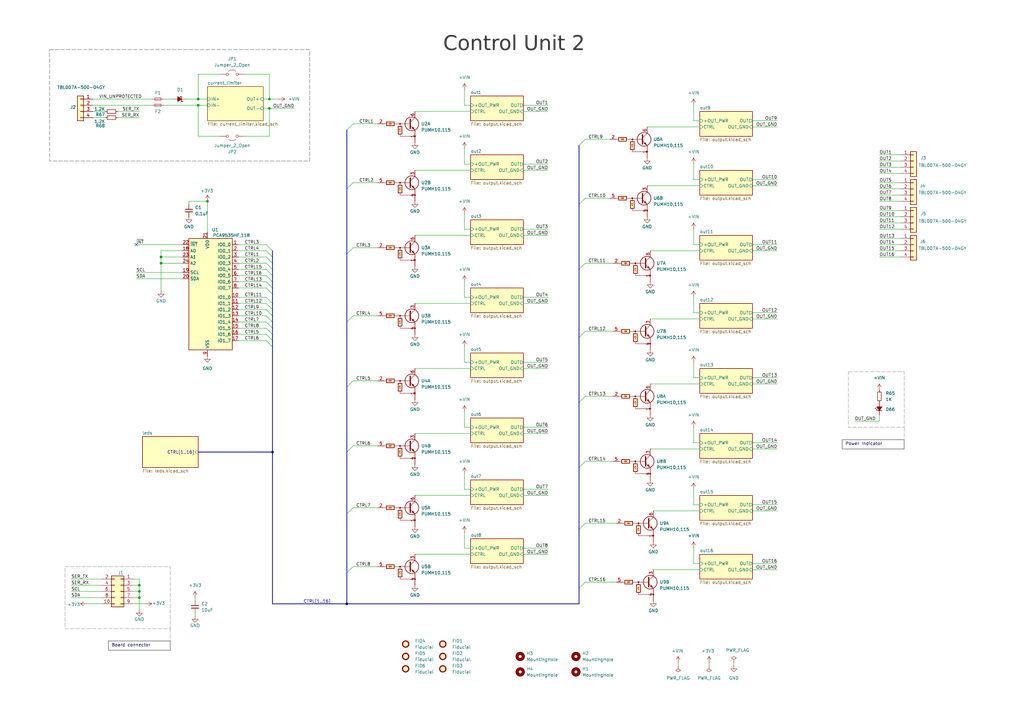
<source format=kicad_sch>
(kicad_sch (version 20250114) (generator "eeschema") (generator_version "9.0")
  (paper "A3")
  (title_block (title "Control Unit 2") (date "2024-12-09") (rev "1") (comment 1 "TOP Sheet"))
  (rectangle (start 26.67 232.41) (end 69.85 257.81) (stroke (width 0.15) (type dash) (color 132 132 132 1)))
  (rectangle (start 20.32 20.32) (end 127 66.04) (stroke (width 0) (type dash) (color 72 72 72 1)))
  (rectangle (start 347.98 152.4) (end 370.84 175.26) (stroke (width 0.15) (type dash) (color 132 132 132 1)))
  (rectangle (start 44.45 262.89) (end 69.85 266.7) (stroke (width 0.3) (color 132 132 132 1)))
  (rectangle (start 345.44 180.34) (end 370.84 184.15) (stroke (width 0.3) (color 132 132 132 1)))
  (text "Power Indicator" (at 346.71 182.88 0) (effects (font (size 1.27 1.27)) (justify left bottom)))
  (text "Board connector" (at 45.72 265.43 0) (effects (font (size 1.27 1.27)) (justify left bottom)))
  (text "Control Unit 2" (at 210.82 19.812 0) (effects (font (size 6 6) (thickness 0.4))))
  (junction (at 81.28 43.18))
  (junction (at 57.15 242.57))
  (junction (at 57.15 240.03))
  (junction (at 142.24 247.65))
  (junction (at 110.49 44.45))
  (junction (at 81.28 40.64))
  (junction (at 111.76 185.42))
  (junction (at 85.09 82.55))
  (junction (at 66.04 105.41))
  (junction (at 57.15 245.11))
  (junction (at 66.04 107.95))
  (junction (at 110.49 40.64))
  (no_connect (at 55.88 100.33))
  (bus_entry (at 142.24 104.14) (size 2.54 -2.54))
  (bus_entry (at 237.49 241.3) (size 2.54 -2.54))
  (bus_entry (at 237.49 165.1) (size 2.54 -2.54))
  (bus_entry (at 111.76 139.7) (size -2.54 -2.54))
  (bus_entry (at 111.76 102.87) (size -2.54 -2.54))
  (bus_entry (at 237.49 217.17) (size 2.54 -2.54))
  (bus_entry (at 111.76 129.54) (size -2.54 -2.54))
  (bus_entry (at 111.76 107.95) (size -2.54 -2.54))
  (bus_entry (at 111.76 115.57) (size -2.54 -2.54))
  (bus_entry (at 111.76 113.03) (size -2.54 -2.54))
  (bus_entry (at 237.49 59.69) (size 2.54 -2.54))
  (bus_entry (at 142.24 158.75) (size 2.54 -2.54))
  (bus_entry (at 111.76 120.65) (size -2.54 -2.54))
  (bus_entry (at 111.76 127) (size -2.54 -2.54))
  (bus_entry (at 111.76 134.62) (size -2.54 -2.54))
  (bus_entry (at 237.49 83.82) (size 2.54 -2.54))
  (bus_entry (at 237.49 138.43) (size 2.54 -2.54))
  (bus_entry (at 142.24 53.34) (size 2.54 -2.54))
  (bus_entry (at 111.76 118.11) (size -2.54 -2.54))
  (bus_entry (at 237.49 110.49) (size 2.54 -2.54))
  (bus_entry (at 142.24 210.82) (size 2.54 -2.54))
  (bus_entry (at 111.76 105.41) (size -2.54 -2.54))
  (bus_entry (at 111.76 124.46) (size -2.54 -2.54))
  (bus_entry (at 142.24 185.42) (size 2.54 -2.54))
  (bus_entry (at 111.76 110.49) (size -2.54 -2.54))
  (bus_entry (at 111.76 137.16) (size -2.54 -2.54))
  (bus_entry (at 142.24 77.47) (size 2.54 -2.54))
  (bus_entry (at 142.24 132.08) (size 2.54 -2.54))
  (bus_entry (at 111.76 142.24) (size -2.54 -2.54))
  (bus_entry (at 111.76 132.08) (size -2.54 -2.54))
  (bus_entry (at 237.49 191.77) (size 2.54 -2.54))
  (bus_entry (at 142.24 234.95) (size 2.54 -2.54))
  (wire (pts (xy 97.79 110.49) (xy 109.22 110.49)))
  (wire (pts (xy 144.78 129.54) (xy 154.94 129.54)))
  (wire (pts (xy 35.56 247.65) (xy 41.91 247.65)))
  (wire (pts (xy 193.04 200.66) (xy 190.5 200.66)))
  (wire (pts (xy 57.15 250.19) (xy 57.15 245.11)))
  (wire (pts (xy 110.49 40.64) (xy 114.3 40.64)))
  (wire (pts (xy 240.03 162.56) (xy 251.46 162.56)))
  (wire (pts (xy 308.61 209.55) (xy 318.77 209.55)))
  (wire (pts (xy 266.7 102.87) (xy 287.02 102.87)))
  (wire (pts (xy 193.04 43.18) (xy 190.5 43.18)))
  (wire (pts (xy 190.5 194.31) (xy 190.5 200.66)))
  (wire (pts (xy 284.48 67.31) (xy 284.48 73.66)))
  (wire (pts (xy 284.48 148.59) (xy 284.48 154.94)))
  (wire (pts (xy 360.68 100.33) (xy 369.57 100.33)))
  (bus (pts (xy 111.76 137.16) (xy 111.76 139.7)))
  (wire (pts (xy 360.68 77.47) (xy 369.57 77.47)))
  (wire (pts (xy 144.78 156.21) (xy 154.94 156.21)))
  (wire (pts (xy 193.04 67.31) (xy 190.5 67.31)))
  (wire (pts (xy 214.63 200.66) (xy 224.79 200.66)))
  (wire (pts (xy 287.02 154.94) (xy 284.48 154.94)))
  (bus (pts (xy 111.76 118.11) (xy 111.76 120.65)))
  (wire (pts (xy 265.43 76.2) (xy 287.02 76.2)))
  (wire (pts (xy 240.03 107.95) (xy 251.46 107.95)))
  (bus (pts (xy 111.76 129.54) (xy 111.76 132.08)))
  (wire (pts (xy 284.48 43.18) (xy 284.48 49.53)))
  (wire (pts (xy 97.79 115.57) (xy 109.22 115.57)))
  (wire (pts (xy 54.61 247.65) (xy 59.69 247.65)))
  (wire (pts (xy 308.61 157.48) (xy 318.77 157.48)))
  (wire (pts (xy 97.79 134.62) (xy 109.22 134.62)))
  (wire (pts (xy 267.97 233.68) (xy 287.02 233.68)))
  (polyline (pts (xy 370.84 175.26) (xy 370.84 180.34)) (stroke (width 0.15) (type dash) (color 132 132 132 1)))
  (wire (pts (xy 170.18 203.2) (xy 193.04 203.2)))
  (polyline (pts (xy 69.85 257.81) (xy 69.85 262.89)) (stroke (width 0.15) (type dash) (color 132 132 132 1)))
  (wire (pts (xy 190.5 36.83) (xy 190.5 43.18)))
  (wire (pts (xy 287.02 181.61) (xy 284.48 181.61)))
  (bus (pts (xy 111.76 113.03) (xy 111.76 115.57)))
  (wire (pts (xy 214.63 227.33) (xy 224.79 227.33)))
  (wire (pts (xy 193.04 148.59) (xy 190.5 148.59)))
  (wire (pts (xy 360.68 86.36) (xy 369.57 86.36)))
  (wire (pts (xy 81.28 55.88) (xy 81.28 43.18)))
  (bus (pts (xy 237.49 191.77) (xy 237.49 217.17)))
  (wire (pts (xy 43.18 48.26) (xy 38.1 48.26)))
  (wire (pts (xy 214.63 67.31) (xy 224.79 67.31)))
  (wire (pts (xy 97.79 102.87) (xy 109.22 102.87)))
  (wire (pts (xy 100.33 30.48) (xy 110.49 30.48)))
  (wire (pts (xy 193.04 121.92) (xy 190.5 121.92)))
  (wire (pts (xy 214.63 148.59) (xy 224.79 148.59)))
  (bus (pts (xy 237.49 83.82) (xy 237.49 110.49)))
  (wire (pts (xy 360.68 71.12) (xy 369.57 71.12)))
  (wire (pts (xy 29.21 237.49) (xy 41.91 237.49)))
  (bus (pts (xy 237.49 138.43) (xy 237.49 165.1)))
  (wire (pts (xy 62.23 40.64) (xy 38.1 40.64)))
  (wire (pts (xy 144.78 101.6) (xy 154.94 101.6)))
  (bus (pts (xy 142.24 210.82) (xy 142.24 234.95)))
  (wire (pts (xy 97.79 121.92) (xy 109.22 121.92)))
  (wire (pts (xy 308.61 76.2) (xy 318.77 76.2)))
  (wire (pts (xy 360.68 80.01) (xy 369.57 80.01)))
  (wire (pts (xy 66.04 107.95) (xy 74.93 107.95)))
  (wire (pts (xy 284.48 93.98) (xy 284.48 100.33)))
  (wire (pts (xy 214.63 93.98) (xy 224.79 93.98)))
  (wire (pts (xy 360.68 102.87) (xy 369.57 102.87)))
  (bus (pts (xy 111.76 110.49) (xy 111.76 113.03)))
  (wire (pts (xy 308.61 207.01) (xy 318.77 207.01)))
  (wire (pts (xy 55.88 100.33) (xy 74.93 100.33)))
  (bus (pts (xy 111.76 124.46) (xy 111.76 127)))
  (wire (pts (xy 240.03 238.76) (xy 252.73 238.76)))
  (wire (pts (xy 308.61 181.61) (xy 318.77 181.61)))
  (wire (pts (xy 76.2 40.64) (xy 81.28 40.64)))
  (wire (pts (xy 190.5 142.24) (xy 190.5 148.59)))
  (wire (pts (xy 360.68 82.55) (xy 369.57 82.55)))
  (wire (pts (xy 308.61 233.68) (xy 318.77 233.68)))
  (wire (pts (xy 66.04 102.87) (xy 66.04 105.41)))
  (bus (pts (xy 111.76 102.87) (xy 111.76 105.41)))
  (wire (pts (xy 85.09 82.55) (xy 77.47 82.55)))
  (bus (pts (xy 111.76 115.57) (xy 111.76 118.11)))
  (wire (pts (xy 80.01 245.11) (xy 80.01 246.38)))
  (wire (pts (xy 214.63 43.18) (xy 224.79 43.18)))
  (wire (pts (xy 284.48 200.66) (xy 284.48 207.01)))
  (wire (pts (xy 144.78 208.28) (xy 154.94 208.28)))
  (wire (pts (xy 90.17 30.48) (xy 81.28 30.48)))
  (wire (pts (xy 266.7 184.15) (xy 287.02 184.15)))
  (bus (pts (xy 142.24 132.08) (xy 142.24 158.75)))
  (wire (pts (xy 107.95 40.64) (xy 110.49 40.64)))
  (bus (pts (xy 111.76 105.41) (xy 111.76 107.95)))
  (bus (pts (xy 142.24 185.42) (xy 142.24 210.82)))
  (wire (pts (xy 190.5 87.63) (xy 190.5 93.98)))
  (wire (pts (xy 170.18 96.52) (xy 193.04 96.52)))
  (bus (pts (xy 111.76 107.95) (xy 111.76 110.49)))
  (bus (pts (xy 237.49 217.17) (xy 237.49 241.3)))
  (wire (pts (xy 144.78 50.8) (xy 154.94 50.8)))
  (wire (pts (xy 71.12 40.64) (xy 67.31 40.64)))
  (wire (pts (xy 190.5 115.57) (xy 190.5 121.92)))
  (wire (pts (xy 240.03 189.23) (xy 251.46 189.23)))
  (wire (pts (xy 57.15 237.49) (xy 54.61 237.49)))
  (wire (pts (xy 284.48 121.92) (xy 284.48 128.27)))
  (wire (pts (xy 190.5 60.96) (xy 190.5 67.31)))
  (wire (pts (xy 360.68 88.9) (xy 369.57 88.9)))
  (wire (pts (xy 214.63 69.85) (xy 224.79 69.85)))
  (wire (pts (xy 97.79 132.08) (xy 109.22 132.08)))
  (wire (pts (xy 144.78 182.88) (xy 154.94 182.88)))
  (wire (pts (xy 240.03 214.63) (xy 252.73 214.63)))
  (wire (pts (xy 308.61 100.33) (xy 318.77 100.33)))
  (wire (pts (xy 308.61 102.87) (xy 318.77 102.87)))
  (wire (pts (xy 97.79 129.54) (xy 109.22 129.54)))
  (wire (pts (xy 97.79 124.46) (xy 109.22 124.46)))
  (wire (pts (xy 170.18 69.85) (xy 193.04 69.85)))
  (bus (pts (xy 111.76 120.65) (xy 111.76 124.46)))
  (bus (pts (xy 111.76 134.62) (xy 111.76 137.16)))
  (bus (pts (xy 237.49 165.1) (xy 237.49 191.77)))
  (bus (pts (xy 111.76 132.08) (xy 111.76 134.62)))
  (wire (pts (xy 287.02 49.53) (xy 284.48 49.53)))
  (wire (pts (xy 110.49 30.48) (xy 110.49 40.64)))
  (wire (pts (xy 170.18 124.46) (xy 193.04 124.46)))
  (bus (pts (xy 237.49 59.69) (xy 237.49 83.82)))
  (wire (pts (xy 284.48 224.79) (xy 284.48 231.14)))
  (wire (pts (xy 214.63 124.46) (xy 224.79 124.46)))
  (wire (pts (xy 308.61 52.07) (xy 318.77 52.07)))
  (bus (pts (xy 142.24 77.47) (xy 142.24 104.14)))
  (wire (pts (xy 57.15 240.03) (xy 57.15 237.49)))
  (wire (pts (xy 287.02 100.33) (xy 284.48 100.33)))
  (wire (pts (xy 57.15 45.72) (xy 48.26 45.72)))
  (wire (pts (xy 90.17 55.88) (xy 81.28 55.88)))
  (wire (pts (xy 350.52 172.72) (xy 360.68 172.72)))
  (wire (pts (xy 240.03 81.28) (xy 250.19 81.28)))
  (wire (pts (xy 97.79 100.33) (xy 109.22 100.33)))
  (wire (pts (xy 360.68 170.18) (xy 360.68 172.72)))
  (bus (pts (xy 111.76 142.24) (xy 111.76 185.42)))
  (wire (pts (xy 170.18 227.33) (xy 193.04 227.33)))
  (wire (pts (xy 66.04 107.95) (xy 66.04 119.38)))
  (wire (pts (xy 97.79 118.11) (xy 109.22 118.11)))
  (wire (pts (xy 360.68 97.79) (xy 369.57 97.79)))
  (wire (pts (xy 85.09 82.55) (xy 85.09 95.25)))
  (bus (pts (xy 111.76 127) (xy 111.76 129.54)))
  (wire (pts (xy 360.68 105.41) (xy 369.57 105.41)))
  (wire (pts (xy 214.63 121.92) (xy 224.79 121.92)))
  (wire (pts (xy 308.61 73.66) (xy 318.77 73.66)))
  (wire (pts (xy 214.63 96.52) (xy 224.79 96.52)))
  (wire (pts (xy 190.5 218.44) (xy 190.5 224.79)))
  (wire (pts (xy 193.04 175.26) (xy 190.5 175.26)))
  (wire (pts (xy 287.02 207.01) (xy 284.48 207.01)))
  (wire (pts (xy 214.63 203.2) (xy 224.79 203.2)))
  (wire (pts (xy 308.61 130.81) (xy 318.77 130.81)))
  (wire (pts (xy 308.61 184.15) (xy 318.77 184.15)))
  (bus (pts (xy 142.24 247.65) (xy 237.49 247.65)))
  (wire (pts (xy 193.04 93.98) (xy 190.5 93.98)))
  (wire (pts (xy 81.28 43.18) (xy 85.09 43.18)))
  (wire (pts (xy 62.23 43.18) (xy 38.1 43.18)))
  (wire (pts (xy 81.28 30.48) (xy 81.28 40.64)))
  (wire (pts (xy 360.68 66.04) (xy 369.57 66.04)))
  (wire (pts (xy 266.7 157.48) (xy 287.02 157.48)))
  (wire (pts (xy 193.04 224.79) (xy 190.5 224.79)))
  (wire (pts (xy 80.01 251.46) (xy 80.01 252.73)))
  (wire (pts (xy 290.83 271.78) (xy 290.83 273.05)))
  (wire (pts (xy 287.02 231.14) (xy 284.48 231.14)))
  (wire (pts (xy 300.99 271.78) (xy 300.99 273.05)))
  (wire (pts (xy 29.21 245.11) (xy 41.91 245.11)))
  (wire (pts (xy 81.28 40.64) (xy 85.09 40.64)))
  (wire (pts (xy 170.18 45.72) (xy 193.04 45.72)))
  (wire (pts (xy 66.04 105.41) (xy 66.04 107.95)))
  (wire (pts (xy 214.63 45.72) (xy 224.79 45.72)))
  (wire (pts (xy 54.61 245.11) (xy 57.15 245.11)))
  (wire (pts (xy 97.79 107.95) (xy 109.22 107.95)))
  (wire (pts (xy 144.78 232.41) (xy 154.94 232.41)))
  (wire (pts (xy 214.63 151.13) (xy 224.79 151.13)))
  (wire (pts (xy 107.95 44.45) (xy 110.49 44.45)))
  (wire (pts (xy 110.49 44.45) (xy 120.65 44.45)))
  (wire (pts (xy 29.21 242.57) (xy 41.91 242.57)))
  (bus (pts (xy 111.76 139.7) (xy 111.76 142.24)))
  (wire (pts (xy 144.78 74.93) (xy 154.94 74.93)))
  (wire (pts (xy 287.02 128.27) (xy 284.48 128.27)))
  (bus (pts (xy 111.76 247.65) (xy 142.24 247.65)))
  (wire (pts (xy 77.47 82.55) (xy 77.47 83.82)))
  (wire (pts (xy 67.31 43.18) (xy 81.28 43.18)))
  (wire (pts (xy 97.79 113.03) (xy 109.22 113.03)))
  (wire (pts (xy 360.68 68.58) (xy 369.57 68.58)))
  (wire (pts (xy 308.61 49.53) (xy 318.77 49.53)))
  (wire (pts (xy 43.18 45.72) (xy 38.1 45.72)))
  (wire (pts (xy 29.21 240.03) (xy 41.91 240.03)))
  (bus (pts (xy 142.24 158.75) (xy 142.24 185.42)))
  (wire (pts (xy 97.79 137.16) (xy 109.22 137.16)))
  (wire (pts (xy 57.15 48.26) (xy 48.26 48.26)))
  (bus (pts (xy 81.28 185.42) (xy 111.76 185.42)))
  (wire (pts (xy 308.61 128.27) (xy 318.77 128.27)))
  (wire (pts (xy 360.68 93.98) (xy 369.57 93.98)))
  (wire (pts (xy 240.03 57.15) (xy 250.19 57.15)))
  (wire (pts (xy 214.63 224.79) (xy 224.79 224.79)))
  (wire (pts (xy 110.49 55.88) (xy 110.49 44.45)))
  (wire (pts (xy 214.63 177.8) (xy 224.79 177.8)))
  (wire (pts (xy 360.68 91.44) (xy 369.57 91.44)))
  (wire (pts (xy 266.7 130.81) (xy 287.02 130.81)))
  (wire (pts (xy 214.63 175.26) (xy 224.79 175.26)))
  (wire (pts (xy 284.48 175.26) (xy 284.48 181.61)))
  (wire (pts (xy 74.93 102.87) (xy 66.04 102.87)))
  (wire (pts (xy 190.5 168.91) (xy 190.5 175.26)))
  (wire (pts (xy 170.18 151.13) (xy 193.04 151.13)))
  (wire (pts (xy 97.79 139.7) (xy 109.22 139.7)))
  (wire (pts (xy 57.15 245.11) (xy 57.15 242.57)))
  (bus (pts (xy 142.24 104.14) (xy 142.24 132.08)))
  (wire (pts (xy 54.61 242.57) (xy 57.15 242.57)))
  (wire (pts (xy 308.61 154.94) (xy 318.77 154.94)))
  (wire (pts (xy 100.33 55.88) (xy 110.49 55.88)))
  (wire (pts (xy 97.79 127) (xy 109.22 127)))
  (bus (pts (xy 237.49 241.3) (xy 237.49 247.65)))
  (wire (pts (xy 57.15 242.57) (xy 57.15 240.03)))
  (wire (pts (xy 287.02 73.66) (xy 284.48 73.66)))
  (bus (pts (xy 237.49 110.49) (xy 237.49 138.43)))
  (wire (pts (xy 170.18 177.8) (xy 193.04 177.8)))
  (wire (pts (xy 265.43 52.07) (xy 287.02 52.07)))
  (bus (pts (xy 142.24 53.34) (xy 142.24 77.47)))
  (wire (pts (xy 55.88 111.76) (xy 74.93 111.76)))
  (wire (pts (xy 240.03 135.89) (xy 251.46 135.89)))
  (wire (pts (xy 278.13 271.78) (xy 278.13 273.05)))
  (wire (pts (xy 360.68 74.93) (xy 369.57 74.93)))
  (wire (pts (xy 55.88 114.3) (xy 74.93 114.3)))
  (wire (pts (xy 66.04 105.41) (xy 74.93 105.41)))
  (bus (pts (xy 142.24 234.95) (xy 142.24 247.65)))
  (wire (pts (xy 360.68 63.5) (xy 369.57 63.5)))
  (wire (pts (xy 97.79 105.41) (xy 109.22 105.41)))
  (wire (pts (xy 308.61 231.14) (xy 318.77 231.14)))
  (bus (pts (xy 111.76 185.42) (xy 111.76 247.65)))
  (wire (pts (xy 267.97 209.55) (xy 287.02 209.55)))
  (wire (pts (xy 54.61 240.03) (xy 57.15 240.03)))
  (label "OUT9" (at 318.77 49.53 180))
  (label "OUT2" (at 360.68 66.04 0))
  (label "CTRL8" (at 146.05 232.41 0))
  (label "OUT3" (at 360.68 68.58 0))
  (label "OUT_GND" (at 318.77 209.55 180))
  (label "SER_RX" (at 29.21 240.03 0))
  (label "OUT_GND" (at 350.52 172.72 0))
  (label "OUT7" (at 360.68 80.01 0))
  (label "OUT_GND" (at 318.77 184.15 180))
  (label "OUT_GND" (at 318.77 102.87 180))
  (label "CTRL9" (at 100.33 127 0))
  (label "OUT15" (at 318.77 207.01 180))
  (label "OUT_GND" (at 318.77 130.81 180))
  (label "OUT_GND" (at 224.79 177.8 180))
  (label "CTRL3" (at 146.05 101.6 0))
  (label "CTRL8" (at 100.33 134.62 0))
  (label "CTRL2" (at 100.33 107.95 0))
  (label "OUT_GND" (at 224.79 124.46 180))
  (label "CTRL6" (at 146.05 182.88 0))
  (label "CTRL15" (at 100.33 110.49 0))
  (label "OUT10" (at 318.77 73.66 180))
  (label "OUT5" (at 224.79 148.59 180))
  (label "CTRL15" (at 241.3 214.63 0))
  (label "CTRL13" (at 241.3 162.56 0))
  (label "SDA" (at 29.21 245.11 0))
  (label "CTRL3" (at 100.33 100.33 0))
  (label "OUT14" (at 318.77 181.61 180))
  (label "OUT_GND" (at 224.79 151.13 180))
  (label "OUT11" (at 360.68 91.44 0))
  (label "CTRL16" (at 241.3 238.76 0))
  (label "CTRL5" (at 146.05 156.21 0))
  (label "OUT8" (at 224.79 224.79 180))
  (label "CTRL7" (at 146.05 208.28 0))
  (label "CTRL[1..16]" (at 124.46 247.65 0))
  (label "OUT13" (at 360.68 97.79 0))
  (label "CTRL11" (at 100.33 121.92 0))
  (label "CTRL6" (at 100.33 139.7 0))
  (label "OUT6" (at 224.79 175.26 180))
  (label "CTRL10" (at 100.33 129.54 0))
  (label "OUT_GND" (at 224.79 96.52 180))
  (label "SER_RX" (at 57.15 48.26 180))
  (label "CTRL14" (at 100.33 118.11 0))
  (label "SCL" (at 29.21 242.57 0))
  (label "CTRL7" (at 100.33 132.08 0))
  (label "CTRL4" (at 146.05 129.54 0))
  (label "SDA" (at 55.88 114.3 0))
  (label "OUT1" (at 224.79 43.18 180))
  (label "OUT7" (at 224.79 200.66 180))
  (label "OUT_GND" (at 120.65 44.45 180))
  (label "SER_TX" (at 29.21 237.49 0))
  (label "OUT_GND" (at 224.79 45.72 180))
  (label "OUT11" (at 318.77 100.33 180))
  (label "CTRL14" (at 241.3 189.23 0))
  (label "CTRL16" (at 100.33 113.03 0))
  (label "CTRL12" (at 100.33 124.46 0))
  (label "SCL" (at 55.88 111.76 0))
  (label "OUT5" (at 360.68 74.93 0))
  (label "OUT_GND" (at 318.77 52.07 180))
  (label "OUT_GND" (at 224.79 227.33 180))
  (label "OUT16" (at 318.77 231.14 180))
  (label "OUT14" (at 360.68 100.33 0))
  (label "OUT1" (at 360.68 63.5 0))
  (label "OUT9" (at 360.68 86.36 0))
  (label "OUT6" (at 360.68 77.47 0))
  (label "CTRL2" (at 147.32 74.93 0))
  (label "CTRL1" (at 147.32 50.8 0))
  (label "OUT3" (at 224.79 93.98 180))
  (label "OUT2" (at 224.79 67.31 180))
  (label "SER_TX" (at 57.15 45.72 180))
  (label "OUT_GND" (at 318.77 233.68 180))
  (label "OUT12" (at 360.68 93.98 0))
  (label "OUT_GND" (at 224.79 203.2 180))
  (label "CTRL12" (at 241.3 135.89 0))
  (label "CTRL1" (at 100.33 105.41 0))
  (label "CTRL11" (at 241.3 107.95 0))
  (label "OUT12" (at 318.77 128.27 180))
  (label "VIN_UNPROTECTED" (at 40.64 40.64 0))
  (label "OUT16" (at 360.68 105.41 0))
  (label "OUT4" (at 360.68 71.12 0))
  (label "CTRL5" (at 100.33 137.16 0))
  (label "OUT_GND" (at 318.77 76.2 180))
  (label "CTRL4" (at 100.33 102.87 0))
  (label "OUT13" (at 318.77 154.94 180))
  (label "CTRL9" (at 241.3 57.15 0))
  (label "CTRL10" (at 241.3 81.28 0))
  (label "OUT4" (at 224.79 121.92 180))
  (label "OUT8" (at 360.68 82.55 0))
  (label "OUT_GND" (at 224.79 69.85 180))
  (label "OUT_GND" (at 318.77 157.48 180))
  (label "OUT10" (at 360.68 88.9 0))
  (label "~{INT}" (at 55.88 100.33 0))
  (label "OUT15" (at 360.68 102.87 0))
  (label "CTRL13" (at 100.33 115.57 0))
  (symbol (lib_id "My_Libraries:PUMH10,115") (at 265.43 81.28 0) (unit 2)
    (property "Reference" "U6" (at 267.97 81.2516 0) (effects (justify left)))
    (property "Value" "PUMH10,115" (at 267.97 83.7916 0) (effects (justify left)))
    (property "Footprint" "Package_TO_SOT_SMD:SOT-363_SC-70-6" (effects (hide yes)))
    (property "Datasheet" "https://assets.nexperia.com/documents/data-sheet/PUMH10.pdf" (effects (hide yes)))
    (property "Description" "Dual NPN Transistor with internal resistors SOT-363" (effects (hide yes)))
  )
  (symbol (lib_id "power:GND") (at 170.18 240.03 0) (unit 1)
    (property "Reference" "#PWR033" (effects (hide yes)))
    (property "Value" "GND" (at 170.18 244.094 0))
    (property "Description" "Power symbol creates a global label with name \"GND\" , ground" (effects (hide yes)))
  )
  (symbol (lib_id "power:GND") (at 170.18 82.55 0) (unit 1)
    (property "Reference" "#PWR039" (effects (hide yes)))
    (property "Value" "GND" (at 170.18 86.614 0))
    (property "Description" "Power symbol creates a global label with name \"GND\" , ground" (effects (hide yes)))
  )
  (symbol (lib_id "Device:R_Small") (at 45.72 48.26 270) (mirror x) (unit 1)
    (property "Reference" "R68" (at 41.148 51.562 90))
    (property "Value" "1.2Κ" (at 40.894 49.784 90))
    (property "Footprint" "Resistor_SMD:R_0402_1005Metric" (effects (hide yes)))
    (property "Description" "Resistor, small symbol" (effects (hide yes)))
  )
  (symbol (lib_id "power:PWR_FLAG") (at 290.83 273.05 180) (unit 1)
    (property "Reference" "#FLG02" (effects (hide yes)))
    (property "Value" "PWR_FLAG" (at 290.83 278.13 0))
    (property "Description" "Special symbol for telling ERC where power comes from" (effects (hide yes)))
  )
  (symbol (lib_id "Jumper:Jumper_2_Open") (at 95.25 55.88 0) (mirror x) (unit 1) (exclude_from_sim yes)
    (property "Reference" "JP2" (at 95.25 62.23 0))
    (property "Value" "Jumper_2_Open" (at 95.25 59.69 0))
    (property "Footprint" "Jumper:SolderJumper-2_P1.3mm_Open_TrianglePad1.0x1.5mm" (effects (hide yes)))
    (property "Description" "Jumper, 2-pole, open" (effects (hide yes)))
  )
  (symbol (lib_id "power:GND") (at 265.43 88.9 0) (unit 1)
    (property "Reference" "#PWR042" (effects (hide yes)))
    (property "Value" "GND" (at 265.43 92.964 0))
    (property "Description" "Power symbol creates a global label with name \"GND\" , ground" (effects (hide yes)))
  )
  (symbol (lib_id "My_Libraries:+VIN") (at 190.5 218.44 0) (unit 1) (in_bom no) (on_board no)
    (property "Reference" "#PWR015" (effects (hide yes)))
    (property "Value" "+VIN" (at 190.5 213.36 0))
  )
  (symbol (lib_id "Mechanical:Fiducial") (at 181.61 269.24 0) (unit 1) (in_bom no)
    (property "Reference" "FID2" (at 185.42 267.9699 0) (effects (justify left)))
    (property "Value" "Fiducial" (at 185.42 270.5099 0) (effects (justify left)))
    (property "Footprint" "Fiducial:Fiducial_1mm_Mask2mm" (effects (hide yes)))
  )
  (symbol (lib_id "Mechanical:Fiducial") (at 181.61 274.32 0) (unit 1) (in_bom no)
    (property "Reference" "FID3" (at 185.42 273.0499 0) (effects (justify left)))
    (property "Value" "Fiducial" (at 185.42 275.5899 0) (effects (justify left)))
    (property "Footprint" "Fiducial:Fiducial_1mm_Mask2mm" (effects (hide yes)))
  )
  (symbol (lib_id "power:GND") (at 266.7 170.18 0) (unit 1)
    (property "Reference" "#PWR045" (effects (hide yes)))
    (property "Value" "GND" (at 266.7 174.244 0))
    (property "Description" "Power symbol creates a global label with name \"GND\" , ground" (effects (hide yes)))
  )
  (symbol (lib_id "My_Libraries:+VIN") (at 190.5 194.31 0) (unit 1) (in_bom no) (on_board no)
    (property "Reference" "#PWR014" (effects (hide yes)))
    (property "Value" "+VIN" (at 190.5 189.23 0))
  )
  (symbol (lib_id "power:GND") (at 265.43 64.77 0) (unit 1)
    (property "Reference" "#PWR041" (effects (hide yes)))
    (property "Value" "GND" (at 265.43 68.834 0))
    (property "Description" "Power symbol creates a global label with name \"GND\" , ground" (effects (hide yes)))
  )
  (symbol (lib_id "power:GND") (at 170.18 137.16 0) (unit 1)
    (property "Reference" "#PWR037" (effects (hide yes)))
    (property "Value" "GND" (at 170.18 141.224 0))
    (property "Description" "Power symbol creates a global label with name \"GND\" , ground" (effects (hide yes)))
  )
  (symbol (lib_id "Mechanical:MountingHole") (at 236.22 275.59 0) (unit 1) (exclude_from_sim yes) (in_bom no)
    (property "Reference" "H1" (at 238.76 274.3199 0) (effects (justify left)))
    (property "Value" "MountingHole" (at 238.76 276.8599 0) (effects (justify left)))
    (property "Footprint" "MountingHole:MountingHole_3.2mm_M3_DIN965" (effects (hide yes)))
    (property "Description" "Mounting Hole without connection" (effects (hide yes)))
  )
  (symbol (lib_id "Device:D_Schottky_Small_Filled") (at 73.66 40.64 180) (unit 1)
    (property "Reference" "D1" (at 73.914 36.83 0))
    (property "Footprint" "Diode_SMD:D_PowerDI-123" (effects (hide yes)))
    (property "PartID" "501" (effects (hide yes)))
  )
  (symbol (lib_id "My_Libraries:PUMH10,115") (at 266.7 135.89 0) (unit 2)
    (property "Reference" "U7" (at 269.24 135.8616 0) (effects (justify left)))
    (property "Value" "PUMH10,115" (at 269.24 138.4016 0) (effects (justify left)))
    (property "Footprint" "Package_TO_SOT_SMD:SOT-363_SC-70-6" (effects (hide yes)))
    (property "Datasheet" "https://assets.nexperia.com/documents/data-sheet/PUMH10.pdf" (effects (hide yes)))
    (property "Description" "Dual NPN Transistor with internal resistors SOT-363" (effects (hide yes)))
  )
  (symbol (lib_id "My_Libraries:PUMH10,115") (at 266.7 162.56 0) (unit 1)
    (property "Reference" "U8" (at 269.24 162.5316 0) (effects (justify left)))
    (property "Value" "PUMH10,115" (at 269.24 165.0716 0) (effects (justify left)))
    (property "Footprint" "Package_TO_SOT_SMD:SOT-363_SC-70-6" (effects (hide yes)))
    (property "Datasheet" "https://assets.nexperia.com/documents/data-sheet/PUMH10.pdf" (effects (hide yes)))
    (property "Description" "Dual NPN Transistor with internal resistors SOT-363" (effects (hide yes)))
  )
  (symbol (lib_id "power:+3V3") (at 35.56 247.65 90) (unit 1)
    (property "Reference" "#PWR049" (effects (hide yes)))
    (property "Value" "+3V3" (at 30.226 247.904 90))
    (property "Description" "Power symbol creates a global label with name \"+3V3\"" (effects (hide yes)))
  )
  (symbol (lib_id "power:PWR_FLAG") (at 300.99 271.78 0) (unit 1)
    (property "Reference" "#FLG03" (effects (hide yes)))
    (property "Value" "PWR_FLAG" (at 302.514 266.7 0))
    (property "Description" "Special symbol for telling ERC where power comes from" (effects (hide yes)))
  )
  (symbol (lib_id "My_Libraries:+VIN") (at 284.48 200.66 0) (unit 1) (in_bom no) (on_board no)
    (property "Reference" "#PWR022" (effects (hide yes)))
    (property "Value" "+VIN" (at 284.48 195.58 0))
  )
  (symbol (lib_id "power:GND") (at 266.7 115.57 0) (unit 1)
    (property "Reference" "#PWR043" (effects (hide yes)))
    (property "Value" "GND" (at 266.7 119.634 0))
    (property "Description" "Power symbol creates a global label with name \"GND\" , ground" (effects (hide yes)))
  )
  (symbol (lib_id "My_Libraries:PUMH10,115") (at 170.18 101.6 0) (unit 1)
    (property "Reference" "U3" (at 172.72 101.5716 0) (effects (justify left)))
    (property "Value" "PUMH10,115" (at 172.72 104.1116 0) (effects (justify left)))
    (property "Footprint" "Package_TO_SOT_SMD:SOT-363_SC-70-6" (effects (hide yes)))
    (property "Datasheet" "https://assets.nexperia.com/documents/data-sheet/PUMH10.pdf" (effects (hide yes)))
    (property "Description" "Dual NPN Transistor with internal resistors SOT-363" (effects (hide yes)))
  )
  (symbol (lib_id "Connector_Generic:Conn_01x04") (at 374.65 77.47 0) (unit 1)
    (property "Reference" "J4" (at 378.46 76.2 0))
    (property "Value" "TBL007A-500-04GY" (at 386.588 78.994 0))
    (property "Footprint" "My_Footprints:TerminalBlock_IMO_203001M-4" (effects (hide yes)))
    (property "PartID" "1" (effects (hide yes)))
  )
  (symbol (lib_id "Device:Fuse_Small") (at 64.77 43.18 0) (mirror x) (unit 1)
    (property "Reference" "F2" (at 64.77 45.72 0))
    (property "Value" "Fuse_Small" (effects (hide yes)))
    (property "Footprint" "My_Footprints:LittelFuse_OMNI-BLOCK_holder_smd_9.73mm_5.03mm" (effects (hide yes)))
    (property "Description" "Fuse, small symbol" (effects (hide yes)))
  )
  (symbol (lib_id "Device:R_Small") (at 360.68 162.56 180) (unit 1)
    (property "Reference" "R65" (at 363.22 161.2899 0) (effects (justify right)))
    (property "Value" "1K" (at 363.22 163.8299 0) (effects (justify right)))
    (property "Footprint" "Resistor_SMD:R_0402_1005Metric" (effects (hide yes)))
    (property "Description" "Resistor, small symbol" (effects (hide yes)))
  )
  (symbol (lib_id "My_Libraries:PUMH10,115") (at 170.18 74.93 0) (unit 2)
    (property "Reference" "U2" (at 172.72 74.9016 0) (effects (justify left)))
    (property "Value" "PUMH10,115" (at 172.72 77.4416 0) (effects (justify left)))
    (property "Footprint" "Package_TO_SOT_SMD:SOT-363_SC-70-6" (effects (hide yes)))
    (property "Datasheet" "https://assets.nexperia.com/documents/data-sheet/PUMH10.pdf" (effects (hide yes)))
    (property "Description" "Dual NPN Transistor with internal resistors SOT-363" (effects (hide yes)))
  )
  (symbol (lib_id "power:+3V3") (at 80.01 245.11 0) (unit 1)
    (property "Reference" "#PWR06" (effects (hide yes)))
    (property "Value" "+3V3" (at 80.01 240.03 0))
    (property "Description" "Power symbol creates a global label with name \"+3V3\"" (effects (hide yes)))
  )
  (symbol (lib_id "My_Libraries:PCA9535HF,118") (at 85.09 120.65 0) (unit 1)
    (property "Reference" "U1" (at 86.868 94.234 0) (effects (justify left)))
    (property "Value" "PCA9535HF,118" (at 87.2333 96.52 0) (effects (justify left)))
    (property "Footprint" "Package_DFN_QFN:WQFN-24-1EP_4x4mm_P0.5mm_EP2.45x2.45mm" (effects (hide yes)))
    (property "Datasheet" "https://www.nxp.com/docs/en/data-sheet/PCA9535_PCA9535C.pdf" (effects (hide yes)))
    (property "Description" "I/O Expander 16BIT I2C 400kHz HVQFN24" (effects (hide yes)))
    (property "PartID" "4" (effects (hide yes)))
  )
  (symbol (lib_id "My_Libraries:PUMH10,115") (at 170.18 208.28 0) (unit 1)
    (property "Reference" "U5" (at 172.72 208.2516 0) (effects (justify left)))
    (property "Value" "PUMH10,115" (at 172.72 210.7916 0) (effects (justify left)))
    (property "Footprint" "Package_TO_SOT_SMD:SOT-363_SC-70-6" (effects (hide yes)))
    (property "Datasheet" "https://assets.nexperia.com/documents/data-sheet/PUMH10.pdf" (effects (hide yes)))
    (property "Description" "Dual NPN Transistor with internal resistors SOT-363" (effects (hide yes)))
  )
  (symbol (lib_id "Device:C_Small") (at 80.01 248.92 0) (mirror y) (unit 1)
    (property "Reference" "C2" (at 82.55 247.6562 0) (effects (justify right)))
    (property "Value" "10uF" (at 82.55 250.1962 0) (effects (justify right)))
    (property "Footprint" "Capacitor_SMD:C_0805_2012Metric" (effects (hide yes)))
    (property "Description" "Unpolarized capacitor, small symbol" (effects (hide yes)))
  )
  (symbol (lib_id "power:GND") (at 300.99 273.05 0) (unit 1)
    (property "Reference" "#PWR026" (effects (hide yes)))
    (property "Value" "GND" (at 300.99 278.13 0))
    (property "Description" "Power symbol creates a global label with name \"GND\" , ground" (effects (hide yes)))
  )
  (symbol (lib_id "My_Libraries:PUMH10,115") (at 267.97 238.76 0) (unit 2)
    (property "Reference" "U9" (at 270.51 238.7316 0) (effects (justify left)))
    (property "Value" "PUMH10,115" (at 270.51 241.2716 0) (effects (justify left)))
    (property "Footprint" "Package_TO_SOT_SMD:SOT-363_SC-70-6" (effects (hide yes)))
    (property "Datasheet" "https://assets.nexperia.com/documents/data-sheet/PUMH10.pdf" (effects (hide yes)))
    (property "Description" "Dual NPN Transistor with internal resistors SOT-363" (effects (hide yes)))
  )
  (symbol (lib_id "Mechanical:Fiducial") (at 166.37 269.24 0) (unit 1) (in_bom no)
    (property "Reference" "FID5" (at 170.18 267.9699 0) (effects (justify left)))
    (property "Value" "Fiducial" (at 170.18 270.5099 0) (effects (justify left)))
    (property "Footprint" "Fiducial:Fiducial_1mm_Mask2mm" (effects (hide yes)))
  )
  (symbol (lib_id "power:GND") (at 267.97 222.25 0) (unit 1)
    (property "Reference" "#PWR047" (effects (hide yes)))
    (property "Value" "GND" (at 267.97 226.314 0))
    (property "Description" "Power symbol creates a global label with name \"GND\" , ground" (effects (hide yes)))
  )
  (symbol (lib_id "Mechanical:MountingHole") (at 213.36 269.24 0) (unit 1) (exclude_from_sim yes) (in_bom no)
    (property "Reference" "H3" (at 215.9 267.9699 0) (effects (justify left)))
    (property "Value" "MountingHole" (at 215.9 270.5099 0) (effects (justify left)))
    (property "Footprint" "MountingHole:MountingHole_3.2mm_M3_DIN965" (effects (hide yes)))
    (property "Description" "Mounting Hole without connection" (effects (hide yes)))
  )
  (symbol (lib_id "Mechanical:MountingHole") (at 213.36 275.59 0) (unit 1) (exclude_from_sim yes) (in_bom no)
    (property "Reference" "H4" (at 215.9 274.3199 0) (effects (justify left)))
    (property "Value" "MountingHole" (at 215.9 276.8599 0) (effects (justify left)))
    (property "Footprint" "MountingHole:MountingHole_3.2mm_M3_DIN965" (effects (hide yes)))
    (property "Description" "Mounting Hole without connection" (effects (hide yes)))
  )
  (symbol (lib_id "My_Libraries:PUMH10,115") (at 170.18 50.8 0) (unit 1)
    (property "Reference" "U2" (at 172.72 50.7716 0) (effects (justify left)))
    (property "Value" "PUMH10,115" (at 172.72 53.3116 0) (effects (justify left)))
    (property "Footprint" "Package_TO_SOT_SMD:SOT-363_SC-70-6" (effects (hide yes)))
    (property "Datasheet" "https://assets.nexperia.com/documents/data-sheet/PUMH10.pdf" (effects (hide yes)))
    (property "Description" "Dual NPN Transistor with internal resistors SOT-363" (effects (hide yes)))
  )
  (symbol (lib_id "My_Libraries:+VIN") (at 284.48 43.18 0) (unit 1) (in_bom no) (on_board no)
    (property "Reference" "#PWR016" (effects (hide yes)))
    (property "Value" "+VIN" (at 284.48 38.1 0))
  )
  (symbol (lib_id "power:GND") (at 266.7 143.51 0) (unit 1)
    (property "Reference" "#PWR044" (effects (hide yes)))
    (property "Value" "GND" (at 266.7 147.574 0))
    (property "Description" "Power symbol creates a global label with name \"GND\" , ground" (effects (hide yes)))
  )
  (symbol (lib_id "power:GND") (at 170.18 190.5 0) (unit 1)
    (property "Reference" "#PWR035" (effects (hide yes)))
    (property "Value" "GND" (at 170.18 194.564 0))
    (property "Description" "Power symbol creates a global label with name \"GND\" , ground" (effects (hide yes)))
  )
  (symbol (lib_id "My_Libraries:PUMH10,115") (at 170.18 182.88 0) (unit 2)
    (property "Reference" "U4" (at 172.72 182.8516 0) (effects (justify left)))
    (property "Value" "PUMH10,115" (at 172.72 185.3916 0) (effects (justify left)))
    (property "Footprint" "Package_TO_SOT_SMD:SOT-363_SC-70-6" (effects (hide yes)))
    (property "Datasheet" "https://assets.nexperia.com/documents/data-sheet/PUMH10.pdf" (effects (hide yes)))
    (property "Description" "Dual NPN Transistor with internal resistors SOT-363" (effects (hide yes)))
  )
  (symbol (lib_id "Jumper:Jumper_2_Open") (at 95.25 30.48 0) (unit 1) (exclude_from_sim yes)
    (property "Reference" "JP1" (at 95.25 24.13 0))
    (property "Value" "Jumper_2_Open" (at 95.25 26.67 0))
    (property "Footprint" "Jumper:SolderJumper-2_P1.3mm_Open_TrianglePad1.0x1.5mm" (effects (hide yes)))
    (property "Description" "Jumper, 2-pole, open" (effects (hide yes)))
  )
  (symbol (lib_id "My_Libraries:+VIN") (at 190.5 87.63 0) (unit 1) (in_bom no) (on_board no)
    (property "Reference" "#PWR010" (effects (hide yes)))
    (property "Value" "+VIN" (at 190.5 82.55 0))
  )
  (symbol (lib_id "Mechanical:Fiducial") (at 166.37 264.16 0) (unit 1) (in_bom no)
    (property "Reference" "FID4" (at 170.18 262.8899 0) (effects (justify left)))
    (property "Value" "Fiducial" (at 170.18 265.4299 0) (effects (justify left)))
    (property "Footprint" "Fiducial:Fiducial_1mm_Mask2mm" (effects (hide yes)))
  )
  (symbol (lib_id "power:GND") (at 170.18 109.22 0) (unit 1)
    (property "Reference" "#PWR038" (effects (hide yes)))
    (property "Value" "GND" (at 170.18 113.284 0))
    (property "Description" "Power symbol creates a global label with name \"GND\" , ground" (effects (hide yes)))
  )
  (symbol (lib_id "My_Libraries:+VIN") (at 284.48 175.26 0) (unit 1) (in_bom no) (on_board no)
    (property "Reference" "#PWR021" (effects (hide yes)))
    (property "Value" "+VIN" (at 284.48 170.18 0))
  )
  (symbol (lib_id "Device:LED_Small_Filled") (at 360.68 167.64 90) (unit 1)
    (property "Reference" "D66" (at 363.22 167.894 90) (effects (justify right)))
    (property "Value" "LED_Small_Filled" (effects (hide yes)))
    (property "Footprint" "LED_SMD:LED_0603_1608Metric" (effects (hide yes)))
    (property "Description" "Light emitting diode, small symbol, filled shape" (effects (hide yes)))
    (property "PartID" "496" (effects (hide yes)))
    (property "Sim.Pins" "1=K 2=A" (effects (hide yes)))
  )
  (symbol (lib_id "My_Libraries:+VIN") (at 284.48 67.31 0) (unit 1) (in_bom no) (on_board no)
    (property "Reference" "#PWR017" (effects (hide yes)))
    (property "Value" "+VIN" (at 284.48 62.23 0))
  )
  (symbol (lib_id "My_Libraries:PUMH10,115") (at 170.18 156.21 0) (unit 1)
    (property "Reference" "U4" (at 172.72 156.1816 0) (effects (justify left)))
    (property "Value" "PUMH10,115" (at 172.72 158.7216 0) (effects (justify left)))
    (property "Footprint" "Package_TO_SOT_SMD:SOT-363_SC-70-6" (effects (hide yes)))
    (property "Datasheet" "https://assets.nexperia.com/documents/data-sheet/PUMH10.pdf" (effects (hide yes)))
    (property "Description" "Dual NPN Transistor with internal resistors SOT-363" (effects (hide yes)))
  )
  (symbol (lib_id "My_Libraries:+VIN") (at 284.48 121.92 0) (unit 1) (in_bom no) (on_board no)
    (property "Reference" "#PWR019" (effects (hide yes)))
    (property "Value" "+VIN" (at 284.48 116.84 0))
  )
  (symbol (lib_id "Connector_Generic:Conn_01x04") (at 374.65 88.9 0) (unit 1)
    (property "Reference" "J5" (at 378.714 87.63 0))
    (property "Value" "TBL007A-500-04GY" (at 386.588 90.678 0))
    (property "Footprint" "My_Footprints:TerminalBlock_IMO_203001M-4" (effects (hide yes)))
    (property "PartID" "1" (effects (hide yes)))
  )
  (symbol (lib_id "My_Libraries:PUMH10,115") (at 266.7 107.95 0) (unit 1)
    (property "Reference" "U7" (at 269.24 107.9216 0) (effects (justify left)))
    (property "Value" "PUMH10,115" (at 269.24 110.4616 0) (effects (justify left)))
    (property "Footprint" "Package_TO_SOT_SMD:SOT-363_SC-70-6" (effects (hide yes)))
    (property "Datasheet" "https://assets.nexperia.com/documents/data-sheet/PUMH10.pdf" (effects (hide yes)))
    (property "Description" "Dual NPN Transistor with internal resistors SOT-363" (effects (hide yes)))
  )
  (symbol (lib_id "Connector_Generic:Conn_01x04") (at 33.02 43.18 0) (mirror y) (unit 1)
    (property "Reference" "J2" (at 29.972 43.942 0))
    (property "Value" "TBL007A-500-04GY" (at 33.274 35.814 0))
    (property "Footprint" "My_Footprints:TerminalBlock_IMO_203001M-4" (effects (hide yes)))
    (property "PartID" "1" (effects (hide yes)))
  )
  (symbol (lib_id "My_Libraries:+VIN") (at 114.3 40.64 270) (unit 1) (in_bom no) (on_board no)
    (property "Reference" "#PWR07" (effects (hide yes)))
    (property "Value" "+VIN" (at 118.11 40.6399 90) (effects (justify left)))
  )
  (symbol (lib_id "My_Libraries:+VIN") (at 190.5 60.96 0) (unit 1) (in_bom no) (on_board no)
    (property "Reference" "#PWR09" (effects (hide yes)))
    (property "Value" "+VIN" (at 190.5 55.88 0))
  )
  (symbol (lib_id "power:GND") (at 85.09 146.05 0) (unit 1)
    (property "Reference" "#PWR05" (effects (hide yes)))
    (property "Value" "GND" (at 85.09 151.13 0))
    (property "Description" "Power symbol creates a global label with name \"GND\" , ground" (effects (hide yes)))
  )
  (symbol (lib_id "My_Libraries:+VIN") (at 190.5 36.83 0) (unit 1) (in_bom no) (on_board no)
    (property "Reference" "#PWR08" (effects (hide yes)))
    (property "Value" "+VIN" (at 190.5 31.75 0))
  )
  (symbol (lib_id "My_Libraries:+VIN") (at 278.13 271.78 0) (unit 1) (in_bom no) (on_board no)
    (property "Reference" "#PWR024" (effects (hide yes)))
    (property "Value" "+VIN" (at 277.876 266.954 0))
  )
  (symbol (lib_id "My_Libraries:+VIN") (at 284.48 148.59 0) (unit 1) (in_bom no) (on_board no)
    (property "Reference" "#PWR020" (effects (hide yes)))
    (property "Value" "+VIN" (at 284.48 143.51 0))
  )
  (symbol (lib_id "My_Libraries:+VIN") (at 190.5 168.91 0) (unit 1) (in_bom no) (on_board no)
    (property "Reference" "#PWR013" (effects (hide yes)))
    (property "Value" "+VIN" (at 190.5 163.83 0))
  )
  (symbol (lib_id "power:GND") (at 170.18 163.83 0) (unit 1)
    (property "Reference" "#PWR036" (effects (hide yes)))
    (property "Value" "GND" (at 170.18 167.894 0))
    (property "Description" "Power symbol creates a global label with name \"GND\" , ground" (effects (hide yes)))
  )
  (symbol (lib_id "My_Libraries:PUMH10,115") (at 170.18 129.54 0) (unit 2)
    (property "Reference" "U3" (at 172.72 129.5116 0) (effects (justify left)))
    (property "Value" "PUMH10,115" (at 172.72 132.0516 0) (effects (justify left)))
    (property "Footprint" "Package_TO_SOT_SMD:SOT-363_SC-70-6" (effects (hide yes)))
    (property "Datasheet" "https://assets.nexperia.com/documents/data-sheet/PUMH10.pdf" (effects (hide yes)))
    (property "Description" "Dual NPN Transistor with internal resistors SOT-363" (effects (hide yes)))
  )
  (symbol (lib_id "My_Libraries:+VIN") (at 360.68 160.02 0) (mirror y) (unit 1) (in_bom no) (on_board no)
    (property "Reference" "#PWR030" (effects (hide yes)))
    (property "Value" "+VIN" (at 360.68 154.94 0))
  )
  (symbol (lib_id "Device:R_Small") (at 45.72 45.72 90) (mirror x) (unit 1)
    (property "Reference" "R67" (at 41.148 46.99 90))
    (property "Value" "1.2Κ" (at 40.894 44.704 90))
    (property "Footprint" "Resistor_SMD:R_0402_1005Metric" (effects (hide yes)))
    (property "Description" "Resistor, small symbol" (effects (hide yes)))
  )
  (symbol (lib_id "power:GND") (at 77.47 88.9 0) (unit 1)
    (property "Reference" "#PWR03" (effects (hide yes)))
    (property "Value" "GND" (at 77.47 92.964 0))
    (property "Description" "Power symbol creates a global label with name \"GND\" , ground" (effects (hide yes)))
  )
  (symbol (lib_id "My_Libraries:PUMH10,115") (at 267.97 214.63 0) (unit 1)
    (property "Reference" "U9" (at 270.51 214.6016 0) (effects (justify left)))
    (property "Value" "PUMH10,115" (at 270.51 217.1416 0) (effects (justify left)))
    (property "Footprint" "Package_TO_SOT_SMD:SOT-363_SC-70-6" (effects (hide yes)))
    (property "Datasheet" "https://assets.nexperia.com/documents/data-sheet/PUMH10.pdf" (effects (hide yes)))
    (property "Description" "Dual NPN Transistor with internal resistors SOT-363" (effects (hide yes)))
  )
  (symbol (lib_id "My_Libraries:PUMH10,115") (at 265.43 57.15 0) (unit 1)
    (property "Reference" "U6" (at 267.97 57.1216 0) (effects (justify left)))
    (property "Value" "PUMH10,115" (at 267.97 59.6616 0) (effects (justify left)))
    (property "Footprint" "Package_TO_SOT_SMD:SOT-363_SC-70-6" (effects (hide yes)))
    (property "Datasheet" "https://assets.nexperia.com/documents/data-sheet/PUMH10.pdf" (effects (hide yes)))
    (property "Description" "Dual NPN Transistor with internal resistors SOT-363" (effects (hide yes)))
  )
  (symbol (lib_id "Connector_Generic:Conn_02x05_Odd_Even") (at 49.53 242.57 0) (mirror y) (unit 1)
    (property "Reference" "J1" (at 49.53 234.95 0))
    (property "Footprint" "Connector_PinSocket_2.54mm:PinSocket_2x05_P2.54mm_Vertical_SMD" (effects (hide yes)))
  )
  (symbol (lib_id "Connector_Generic:Conn_01x04") (at 374.65 100.33 0) (unit 1)
    (property "Reference" "J6" (at 378.46 99.06 0))
    (property "Value" "TBL007A-500-04GY" (at 386.588 101.854 0))
    (property "Footprint" "My_Footprints:TerminalBlock_IMO_203001M-4" (effects (hide yes)))
    (property "PartID" "1" (effects (hide yes)))
  )
  (symbol (lib_id "Device:Fuse_Small") (at 64.77 40.64 0) (mirror y) (unit 1)
    (property "Reference" "F1" (at 64.77 38.1 0))
    (property "Value" "Fuse_Small" (effects (hide yes)))
    (property "Footprint" "My_Footprints:LittelFuse_OMNI-BLOCK_holder_smd_9.73mm_5.03mm" (effects (hide yes)))
    (property "Description" "Fuse, small symbol" (effects (hide yes)))
  )
  (symbol (lib_id "My_Libraries:PUMH10,115") (at 170.18 232.41 0) (unit 2)
    (property "Reference" "U5" (at 172.72 232.3816 0) (effects (justify left)))
    (property "Value" "PUMH10,115" (at 172.72 234.9216 0) (effects (justify left)))
    (property "Footprint" "Package_TO_SOT_SMD:SOT-363_SC-70-6" (effects (hide yes)))
    (property "Datasheet" "https://assets.nexperia.com/documents/data-sheet/PUMH10.pdf" (effects (hide yes)))
    (property "Description" "Dual NPN Transistor with internal resistors SOT-363" (effects (hide yes)))
  )
  (symbol (lib_id "power:+3V3") (at 290.83 271.78 0) (unit 1)
    (property "Reference" "#PWR025" (effects (hide yes)))
    (property "Value" "+3V3" (at 290.322 266.954 0))
    (property "Description" "Power symbol creates a global label with name \"+3V3\"" (effects (hide yes)))
  )
  (symbol (lib_id "power:GND") (at 266.7 196.85 0) (unit 1)
    (property "Reference" "#PWR046" (effects (hide yes)))
    (property "Value" "GND" (at 266.7 200.914 0))
    (property "Description" "Power symbol creates a global label with name \"GND\" , ground" (effects (hide yes)))
  )
  (symbol (lib_id "My_Libraries:+VIN") (at 190.5 142.24 0) (unit 1) (in_bom no) (on_board no)
    (property "Reference" "#PWR012" (effects (hide yes)))
    (property "Value" "+VIN" (at 190.5 137.16 0))
  )
  (symbol (lib_id "Device:C_Small") (at 77.47 86.36 0) (mirror y) (unit 1)
    (property "Reference" "C1" (at 80.01 85.0962 0) (effects (justify right)))
    (property "Value" "0.1uF" (at 80.01 87.6362 0) (effects (justify right)))
    (property "Footprint" "Capacitor_SMD:C_0603_1608Metric" (effects (hide yes)))
    (property "Description" "Unpolarized capacitor, small symbol" (effects (hide yes)))
    (property "PartID" "499" (effects (hide yes)))
  )
  (symbol (lib_id "power:GND") (at 170.18 58.42 0) (unit 1)
    (property "Reference" "#PWR040" (effects (hide yes)))
    (property "Value" "GND" (at 170.18 62.484 0))
    (property "Description" "Power symbol creates a global label with name \"GND\" , ground" (effects (hide yes)))
  )
  (symbol (lib_id "power:GND") (at 170.18 215.9 0) (unit 1)
    (property "Reference" "#PWR034" (effects (hide yes)))
    (property "Value" "GND" (at 170.18 219.964 0))
    (property "Description" "Power symbol creates a global label with name \"GND\" , ground" (effects (hide yes)))
  )
  (symbol (lib_id "power:GND") (at 66.04 119.38 0) (unit 1)
    (property "Reference" "#PWR02" (effects (hide yes)))
    (property "Value" "GND" (at 66.04 123.444 0))
    (property "Description" "Power symbol creates a global label with name \"GND\" , ground" (effects (hide yes)))
  )
  (symbol (lib_id "power:GND") (at 57.15 250.19 0) (mirror y) (unit 1)
    (property "Reference" "#PWR01" (effects (hide yes)))
    (property "Value" "GND" (at 57.15 254 0))
  )
  (symbol (lib_id "power:+3V3") (at 85.09 82.55 0) (unit 1)
    (property "Reference" "#PWR04" (effects (hide yes)))
    (property "Value" "+3V3" (at 84.836 78.232 0))
    (property "Description" "Power symbol creates a global label with name \"+3V3\"" (effects (hide yes)))
  )
  (symbol (lib_id "My_Libraries:+VIN") (at 284.48 93.98 0) (unit 1) (in_bom no) (on_board no)
    (property "Reference" "#PWR018" (effects (hide yes)))
    (property "Value" "+VIN" (at 284.48 88.9 0))
  )
  (symbol (lib_id "Mechanical:Fiducial") (at 166.37 274.32 0) (unit 1) (in_bom no)
    (property "Reference" "FID6" (at 170.18 273.0499 0) (effects (justify left)))
    (property "Value" "Fiducial" (at 170.18 275.5899 0) (effects (justify left)))
    (property "Footprint" "Fiducial:Fiducial_1mm_Mask2mm" (effects (hide yes)))
  )
  (symbol (lib_id "Connector_Generic:Conn_01x04") (at 374.65 66.04 0) (unit 1)
    (property "Reference" "J3" (at 378.714 64.77 0))
    (property "Value" "TBL007A-500-04GY" (at 386.588 67.818 0))
    (property "Footprint" "My_Footprints:TerminalBlock_IMO_203001M-4" (effects (hide yes)))
    (property "PartID" "1" (effects (hide yes)))
  )
  (symbol (lib_id "Mechanical:Fiducial") (at 181.61 264.16 0) (unit 1) (in_bom no)
    (property "Reference" "FID1" (at 185.42 262.8899 0) (effects (justify left)))
    (property "Value" "Fiducial" (at 185.42 265.4299 0) (effects (justify left)))
    (property "Footprint" "Fiducial:Fiducial_1mm_Mask2mm" (effects (hide yes)))
  )
  (symbol (lib_id "My_Libraries:+VIN") (at 284.48 224.79 0) (unit 1) (in_bom no) (on_board no)
    (property "Reference" "#PWR023" (effects (hide yes)))
    (property "Value" "+VIN" (at 284.48 219.71 0))
  )
  (symbol (lib_id "Mechanical:MountingHole") (at 236.22 269.24 0) (unit 1) (exclude_from_sim yes) (in_bom no)
    (property "Reference" "H2" (at 238.76 267.9699 0) (effects (justify left)))
    (property "Value" "MountingHole" (at 238.76 270.5099 0) (effects (justify left)))
    (property "Footprint" "MountingHole:MountingHole_3.2mm_M3_DIN965" (effects (hide yes)))
    (property "Description" "Mounting Hole without connection" (effects (hide yes)))
  )
  (symbol (lib_id "power:GND") (at 80.01 252.73 0) (mirror y) (unit 1)
    (property "Reference" "#PWR027" (effects (hide yes)))
    (property "Value" "GND" (at 80.01 256.54 0))
  )
  (symbol (lib_id "power:GND") (at 267.97 246.38 0) (unit 1)
    (property "Reference" "#PWR048" (effects (hide yes)))
    (property "Value" "GND" (at 267.97 250.444 0))
    (property "Description" "Power symbol creates a global label with name \"GND\" , ground" (effects (hide yes)))
  )
  (symbol (lib_id "My_Libraries:PUMH10,115") (at 266.7 189.23 0) (unit 2)
    (property "Reference" "U8" (at 269.24 189.2016 0) (effects (justify left)))
    (property "Value" "PUMH10,115" (at 269.24 191.7416 0) (effects (justify left)))
    (property "Footprint" "Package_TO_SOT_SMD:SOT-363_SC-70-6" (effects (hide yes)))
    (property "Datasheet" "https://assets.nexperia.com/documents/data-sheet/PUMH10.pdf" (effects (hide yes)))
    (property "Description" "Dual NPN Transistor with internal resistors SOT-363" (effects (hide yes)))
  )
  (symbol (lib_id "power:PWR_FLAG") (at 278.13 273.05 180) (unit 1)
    (property "Reference" "#FLG01" (effects (hide yes)))
    (property "Value" "PWR_FLAG" (at 278.13 278.13 0))
    (property "Description" "Special symbol for telling ERC where power comes from" (effects (hide yes)))
  )
  (symbol (lib_id "power:+3V3") (at 59.69 247.65 270) (unit 1)
    (property "Reference" "#PWR028" (effects (hide yes)))
    (property "Value" "+3V3" (at 65.024 247.396 90))
    (property "Description" "Power symbol creates a global label with name \"+3V3\"" (effects (hide yes)))
  )
  (symbol (lib_id "My_Libraries:+VIN") (at 190.5 115.57 0) (unit 1) (in_bom no) (on_board no)
    (property "Reference" "#PWR011" (effects (hide yes)))
    (property "Value" "+VIN" (at 190.5 110.49 0))
  )
  (sheet (at 58.42 179.07) (size 22.86 12.7) (stroke (width 0.254)) (fill (color 255 255 194 1.0000))
    (property "Sheetname" "leds" (at 58.42 178.3076 0) (effects (justify left bottom)))
    (property "Sheetfile" "leds.kicad_sch" (at 58.42 192.4054 0) (effects (justify left top)))
    (pin "CTRL[1..16]" input (at 81.28 185.42 0))
  )
  (sheet (at 193.04 220.98) (size 21.59 10.16) (stroke (width 0.254)) (fill (color 255 255 194 1.0000))
    (property "Sheetname" "out8" (at 193.04 220.2176 0) (effects (justify left bottom)))
    (property "Sheetfile" "output.kicad_sch" (at 193.04 231.7754 0) (effects (justify left top)))
    (pin "CTRL" input (at 193.04 227.33 180))
    (pin "OUT" output (at 214.63 224.79 0))
    (pin "+OUT_PWR" input (at 193.04 224.79 180))
    (pin "OUT_GND" input (at 214.63 227.33 0))
  )
  (sheet (at 287.02 69.85) (size 21.59 10.16) (stroke (width 0.254)) (fill (color 255 255 194 1.0000))
    (property "Sheetname" "out10" (at 287.02 69.0876 0) (effects (justify left bottom)))
    (property "Sheetfile" "output.kicad_sch" (at 287.02 80.6454 0) (effects (justify left top)))
    (pin "CTRL" input (at 287.02 76.2 180))
    (pin "OUT" output (at 308.61 73.66 0))
    (pin "+OUT_PWR" input (at 287.02 73.66 180))
    (pin "OUT_GND" input (at 308.61 76.2 0))
  )
  (sheet (at 193.04 63.5) (size 21.59 10.16) (stroke (width 0.254)) (fill (color 255 255 194 1.0000))
    (property "Sheetname" "out2" (at 193.04 62.7376 0) (effects (justify left bottom)))
    (property "Sheetfile" "output.kicad_sch" (at 193.04 74.2954 0) (effects (justify left top)))
    (pin "CTRL" input (at 193.04 69.85 180))
    (pin "OUT" output (at 214.63 67.31 0))
    (pin "+OUT_PWR" input (at 193.04 67.31 180))
    (pin "OUT_GND" input (at 214.63 69.85 0))
  )
  (sheet (at 287.02 151.13) (size 21.59 10.16) (stroke (width 0.254)) (fill (color 255 255 194 1.0000))
    (property "Sheetname" "out13" (at 287.02 150.3676 0) (effects (justify left bottom)))
    (property "Sheetfile" "output.kicad_sch" (at 287.02 161.9254 0) (effects (justify left top)))
    (pin "CTRL" input (at 287.02 157.48 180))
    (pin "OUT" output (at 308.61 154.94 0))
    (pin "+OUT_PWR" input (at 287.02 154.94 180))
    (pin "OUT_GND" input (at 308.61 157.48 0))
  )
  (sheet (at 287.02 45.72) (size 21.59 10.16) (stroke (width 0.254)) (fill (color 255 255 194 1.0000))
    (property "Sheetname" "out9" (at 287.02 44.9576 0) (effects (justify left bottom)))
    (property "Sheetfile" "output.kicad_sch" (at 287.02 56.5154 0) (effects (justify left top)))
    (pin "CTRL" input (at 287.02 52.07 180))
    (pin "OUT" output (at 308.61 49.53 0))
    (pin "+OUT_PWR" input (at 287.02 49.53 180))
    (pin "OUT_GND" input (at 308.61 52.07 0))
  )
  (sheet (at 193.04 118.11) (size 21.59 10.16) (stroke (width 0.254)) (fill (color 255 255 194 1.0000))
    (property "Sheetname" "out4" (at 193.04 117.3476 0) (effects (justify left bottom)))
    (property "Sheetfile" "output.kicad_sch" (at 193.04 128.9054 0) (effects (justify left top)))
    (pin "CTRL" input (at 193.04 124.46 180))
    (pin "OUT" output (at 214.63 121.92 0))
    (pin "+OUT_PWR" input (at 193.04 121.92 180))
    (pin "OUT_GND" input (at 214.63 124.46 0))
  )
  (sheet (at 193.04 39.37) (size 21.59 10.16) (stroke (width 0.254)) (fill (color 255 255 194 1.0000))
    (property "Sheetname" "out1" (at 193.04 38.6076 0) (effects (justify left bottom)))
    (property "Sheetfile" "output.kicad_sch" (at 193.04 50.1654 0) (effects (justify left top)))
    (pin "CTRL" input (at 193.04 45.72 180))
    (pin "OUT" output (at 214.63 43.18 0))
    (pin "+OUT_PWR" input (at 193.04 43.18 180))
    (pin "OUT_GND" input (at 214.63 45.72 0))
  )
  (sheet (at 193.04 171.45) (size 21.59 10.16) (stroke (width 0.254)) (fill (color 255 255 194 1.0000))
    (property "Sheetname" "out6" (at 193.04 170.6876 0) (effects (justify left bottom)))
    (property "Sheetfile" "output.kicad_sch" (at 193.04 182.2454 0) (effects (justify left top)))
    (pin "CTRL" input (at 193.04 177.8 180))
    (pin "OUT" output (at 214.63 175.26 0))
    (pin "+OUT_PWR" input (at 193.04 175.26 180))
    (pin "OUT_GND" input (at 214.63 177.8 0))
  )
  (sheet (at 287.02 96.52) (size 21.59 10.16) (stroke (width 0.254)) (fill (color 255 255 194 1.0000))
    (property "Sheetname" "out11" (at 287.02 95.7576 0) (effects (justify left bottom)))
    (property "Sheetfile" "output.kicad_sch" (at 287.02 107.3154 0) (effects (justify left top)))
    (pin "CTRL" input (at 287.02 102.87 180))
    (pin "OUT" output (at 308.61 100.33 0))
    (pin "+OUT_PWR" input (at 287.02 100.33 180))
    (pin "OUT_GND" input (at 308.61 102.87 0))
  )
  (sheet (at 193.04 196.85) (size 21.59 10.16) (stroke (width 0.254)) (fill (color 255 255 194 1.0000))
    (property "Sheetname" "out7" (at 193.04 196.0876 0) (effects (justify left bottom)))
    (property "Sheetfile" "output.kicad_sch" (at 193.04 207.6454 0) (effects (justify left top)))
    (pin "CTRL" input (at 193.04 203.2 180))
    (pin "OUT" output (at 214.63 200.66 0))
    (pin "+OUT_PWR" input (at 193.04 200.66 180))
    (pin "OUT_GND" input (at 214.63 203.2 0))
  )
  (sheet (at 287.02 227.33) (size 21.59 10.16) (stroke (width 0.254)) (fill (color 255 255 194 1.0000))
    (property "Sheetname" "out16" (at 287.02 226.5676 0) (effects (justify left bottom)))
    (property "Sheetfile" "output.kicad_sch" (at 287.02 238.1254 0) (effects (justify left top)))
    (pin "CTRL" input (at 287.02 233.68 180))
    (pin "OUT" output (at 308.61 231.14 0))
    (pin "+OUT_PWR" input (at 287.02 231.14 180))
    (pin "OUT_GND" input (at 308.61 233.68 0))
  )
  (sheet (at 287.02 177.8) (size 21.59 10.16) (stroke (width 0.254)) (fill (color 255 255 194 1.0000))
    (property "Sheetname" "out14" (at 287.02 177.0376 0) (effects (justify left bottom)))
    (property "Sheetfile" "output.kicad_sch" (at 287.02 188.5954 0) (effects (justify left top)))
    (pin "CTRL" input (at 287.02 184.15 180))
    (pin "OUT" output (at 308.61 181.61 0))
    (pin "+OUT_PWR" input (at 287.02 181.61 180))
    (pin "OUT_GND" input (at 308.61 184.15 0))
  )
  (sheet (at 193.04 90.17) (size 21.59 10.16) (stroke (width 0.254)) (fill (color 255 255 194 1.0000))
    (property "Sheetname" "out3" (at 193.04 89.4076 0) (effects (justify left bottom)))
    (property "Sheetfile" "output.kicad_sch" (at 193.04 100.9654 0) (effects (justify left top)))
    (pin "CTRL" input (at 193.04 96.52 180))
    (pin "OUT" output (at 214.63 93.98 0))
    (pin "+OUT_PWR" input (at 193.04 93.98 180))
    (pin "OUT_GND" input (at 214.63 96.52 0))
  )
  (sheet (at 85.09 35.56) (size 22.86 13.97) (stroke (width 0.254) (color 128 77 0 1)) (fill (color 255 255 194 1.0000))
    (property "Sheetname" "current_limiter" (at 85.09 34.7976 0) (effects (justify left bottom)))
    (property "Sheetfile" "current_limiter.kicad_sch" (at 85.09 50.1654 0) (effects (justify left top)))
    (pin "IN+" input (at 85.09 40.64 180))
    (pin "IN-" input (at 85.09 43.18 180))
    (pin "OUT+" input (at 107.95 40.64 0))
    (pin "OUT-" input (at 107.95 44.45 0))
  )
  (sheet (at 193.04 144.78) (size 21.59 10.16) (stroke (width 0.254)) (fill (color 255 255 194 1.0000))
    (property "Sheetname" "out5" (at 193.04 144.0176 0) (effects (justify left bottom)))
    (property "Sheetfile" "output.kicad_sch" (at 193.04 155.5754 0) (effects (justify left top)))
    (pin "CTRL" input (at 193.04 151.13 180))
    (pin "OUT" output (at 214.63 148.59 0))
    (pin "+OUT_PWR" input (at 193.04 148.59 180))
    (pin "OUT_GND" input (at 214.63 151.13 0))
  )
  (sheet (at 287.02 124.46) (size 21.59 10.16) (stroke (width 0.254)) (fill (color 255 255 194 1.0000))
    (property "Sheetname" "out12" (at 287.02 123.6976 0) (effects (justify left bottom)))
    (property "Sheetfile" "output.kicad_sch" (at 287.02 135.2554 0) (effects (justify left top)))
    (pin "CTRL" input (at 287.02 130.81 180))
    (pin "OUT" output (at 308.61 128.27 0))
    (pin "+OUT_PWR" input (at 287.02 128.27 180))
    (pin "OUT_GND" input (at 308.61 130.81 0))
  )
  (sheet (at 287.02 203.2) (size 21.59 10.16) (stroke (width 0.254)) (fill (color 255 255 194 1.0000))
    (property "Sheetname" "out15" (at 287.02 202.4376 0) (effects (justify left bottom)))
    (property "Sheetfile" "output.kicad_sch" (at 287.02 213.9954 0) (effects (justify left top)))
    (pin "CTRL" input (at 287.02 209.55 180))
    (pin "OUT" output (at 308.61 207.01 0))
    (pin "+OUT_PWR" input (at 287.02 207.01 180))
    (pin "OUT_GND" input (at 308.61 209.55 0))
  )
)
</source>
